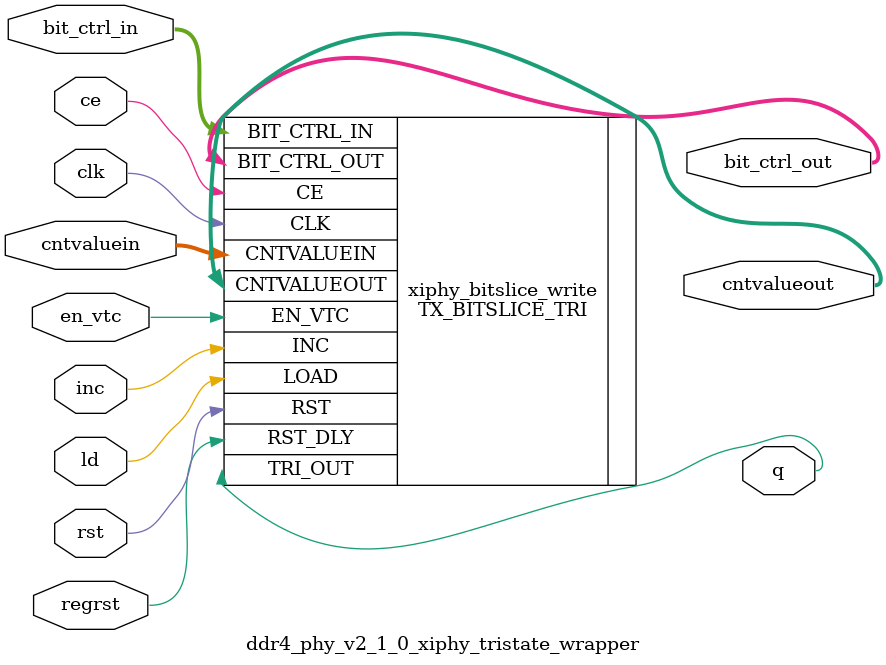
<source format=sv>

`timescale 1ps / 1ps

module ddr4_phy_v2_1_0_xiphy_tristate_wrapper #(

   parameter integer   DATA_WIDTH	= 8,           //8, 4, 1-bit interface 
   parameter           INIT             = 1'b0,        //Initial Oserdes value
   parameter           DELAY_TYPE       = "FIXED",     //FIXED, VAR_LOAD, VARIABLE type of ODELAY     
   parameter           DELAY_FORMAT     = "TIME",      //TIME (mc_fixed_dly_ratio = (2*9)*(1000000/REFCLK_FREQ/DELAY_VAL), COUNT (mc_fixed_delay_ratio={9'b0, DELAY_VAL})
   parameter           UPDATE_MODE      = "ASYNC",     //ASYNC (mc_le_manual=0,mc_le_async=1), SYNC(mc_le_manual=0,mc_le_sync=0), MANUAL (mc_le_manual=1,mc_le_async=0)
   parameter           DELAY_VAL        = 0,           //0 to 1250 ps
   parameter real      REFCLK_FREQ	= 300.0,       //300-2667 MHz
   parameter           OUTPUT_PHASE_90  = "FALSE",      //Delay DQ phase by 90 wrt write DQS
   parameter           NATIVE_ODELAY_BYPASS  = "FALSE",     //Delay DQ phase by 90 wrt write DQS
   parameter           SIM_DEVICE            = "ULTRASCALE"
) (
  input          ce,                 // odelay ce
  input          clk,                // odelay clk
  input          inc,                // odelay inc
  input          ld,                 // odelay ld
  input  [8:0]   cntvaluein,         // odelay 
  output [8:0]   cntvalueout,        // odelay cntvalueout
  output         q,                  // TX q output
  input          regrst,             // odelay reset
  input          rst,                // oserdes reset
  input          en_vtc,             // odelay en_vtc
  //Ribbon cable input bus from bitslice control 
//  input  [3:0]   nib_ctrl_in,        // {ddr_clk, div2_clk, div4_clk, ctrl_clk}  

  //Ribbon cable per-bit input bus from bitslice control 
  input  [39:0]  bit_ctrl_in,
  // {div4_clk, div2_clk, ddr_clk, force_oe_b, d[7:0], ctl2bs_tx_ddr_phase_sel, tx_bs_reset, tx_mux_360_p_sel, tx_mux_360_n_sel, tx_mux_720_p0_sel, tx_mux_720_p1_sel, tx_mux_720_p2_sel, tx_mux_720_p3_sel, 
  //toggle_div2_sel, ctl2bs_dynamic_mode_en, ctrl_ce, ctrl_inc, ctrl_ld, ctrl_dly[8:0], ctrl_clk}  

  //Ribbon cable per-bit output bus to bitslice control 
  //{bs2ctl_tx_ddr_phase_sel, vtc_ready, cntvalueout[8:0]}         
//  input  [10:0]  bit_ctrl_out 
  output  [39:0]  bit_ctrl_out

);

`ifdef ULTRASCALE_PHY_BLH
B_TX_BITSLICE_TRI #(
`else
TX_BITSLICE_TRI #(
`endif
   .DATA_WIDTH              (DATA_WIDTH),       //8, 2, 1
   .DELAY_FORMAT            (DELAY_FORMAT),     //TIME, COUNT
   .UPDATE_MODE             (UPDATE_MODE),      //SYNC, ASYNC, MANUAL 
   .INIT	                (INIT),             //Initial Oserdes value             
   .DELAY_TYPE   	        (DELAY_TYPE),       //FIXED, VAR_LOAD, VARIABLE
   .DELAY_VALUE	            (DELAY_VAL),        //0 to 1250 ps
   .REFCLK_FREQUENCY	    (REFCLK_FREQ),      //300-2667
   .OUTPUT_PHASE_90	        (OUTPUT_PHASE_90),   //delay output phase by 90
`ifndef ULTRASCALE_PHY_BLH
   .SIM_DEVICE              (SIM_DEVICE),
`endif
   .NATIVE_ODELAY_BYPASS    (NATIVE_ODELAY_BYPASS)
) 
xiphy_bitslice_write
(
   .CE                      (ce),
   .CLK                     (clk),
   .INC                     (inc),
   .LOAD                    (ld),
   .CNTVALUEIN              (cntvaluein),
   .CNTVALUEOUT             (cntvalueout),
   .TRI_OUT                 (q),
   .RST_DLY                 (regrst),
   .RST                     (rst),
   .EN_VTC                  (en_vtc),
 //  .NIB_CTRL_IN             (nib_ctrl_in),
   .BIT_CTRL_IN             (bit_ctrl_in),
   .BIT_CTRL_OUT            (bit_ctrl_out)
);

endmodule


</source>
